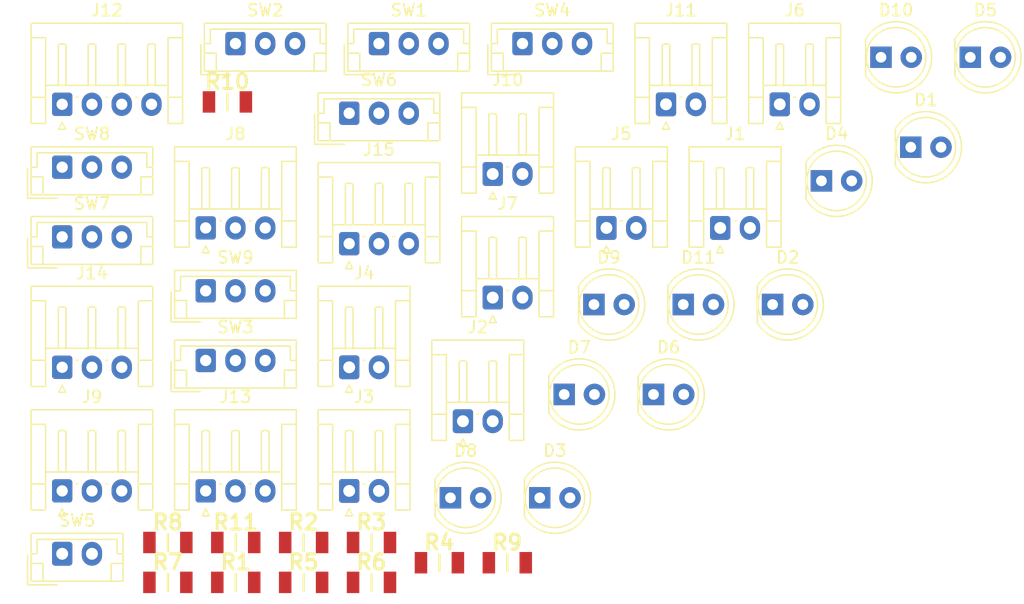
<source format=kicad_pcb>
(kicad_pcb (version 20211014) (generator pcbnew)
  (layers (0 "F.Cu" signal) (31 "B.Cu" signal) (34 "B.Paste" user) (35 "F.Paste" user) (36 "B.SilkS" user "B.Silkscreen") (37 "F.SilkS" user "F.Silkscreen") (38 "B.Mask" user) (39 "F.Mask" user) (44 "Edge.Cuts" user))
  (net 0 "")
  (net 1 "/Brake light")
  (net 2 "Net-(D1-Pad2)")
  (net 3 "GND")
  (net 4 "Net-(D2-Pad2)")
  (net 5 "Net-(D3-Pad2)")
  (net 6 "Net-(D4-Pad2)")
  (net 7 "Net-(D5-Pad2)")
  (net 8 "Net-(D6-Pad2)")
  (net 9 "Net-(D7-Pad2)")
  (net 10 "Net-(D8-Pad2)")
  (net 11 "/TSAL RED -")
  (net 12 "Net-(D9-Pad2)")
  (net 13 "/TSAL GREEN -")
  (net 14 "Net-(D10-Pad2)")
  (net 15 "Net-(D11-Pad2)")
  (net 16 "+12V")
  (net 17 "/TSAL RED +")
  (net 18 "/TSAL GREEN +")
  (net 19 "/AIR+ 1")
  (net 20 "/AIR+ 0")
  (net 21 "/AIR- 1")
  (net 22 "/AIR- 0")
  (net 23 "/Pre 1")
  (net 24 "/Pre 0")
  (net 25 "/Dis 1")
  (net 26 "/Dis 0")
  (net 27 "/VCUPwrV")
  (net 28 "/RFE")
  (net 29 "/FRG{slash}Run")
  (net 30 "/Out RFE")
  (net 31 "/Out FRG{slash}Run")
  (net 32 "/VCUAIR-")
  (net 33 "/VCUAIR+")
  (net 34 "/VCUPre")
  (net 35 "/VCUDisch")
  (net 36 "/Buzzer")
  (net 37 "/SC rel")
  (net 38 "/OutVCUAIR-")
  (net 39 "/OutVCUAIR+")
  (net 40 "/OutVCUPre")
  (net 41 "/OutVCUDisch")
  (net 42 "/Out SC")
  (net 43 "/DC-Link Volt")
  (footprint "Connector_JST:JST_EH_S2B-EH_1x02_P2.50mm_Horizontal" (layer "F.Cu") (at 108.4 90.25)
    (fp_text reference "J10" (at 1.25 -7.9) (layer "F.SilkS"))
    (fp_text value "Conn_01x02_Female")
    (pad "1" thru_hole roundrect (at 0 0) (size 1.7 2) (drill 1) (layers *.Cu *.Mask) (roundrect_rratio 0.147059) (net 28 "/RFE"))
    (pad "2" thru_hole oval (at 2.5 0) (size 1.7 2) (drill 1) (layers *.Cu *.Mask) (net 29 "/FRG{slash}Run"))
  )
  (footprint "EPSA_lib:RESC3216X70N" (layer "F.Cu") (at 92.525 121.19)
    (fp_text reference "R2" (at -0.011901 -1.701971) (layer "F.SilkS") (effects (font (size 1.27 1.27) (thickness 0.254))))
    (fp_text value "Résistance RK73H2BLTDD2152F" hide)
    (pad "1" smd rect (at -1.55 0) (size 1.05 1.8) (layers "F.Cu" "F.Paste" "F.Mask") (net 30 "/Out RFE"))
    (pad "2" smd rect (at 1.55 0) (size 1.05 1.8) (layers "F.Cu" "F.Paste" "F.Mask") (net 4 "Net-(D2-Pad2)"))
  )
  (footprint "LED_THT:LED_D5.0mm" (layer "F.Cu") (at 136 90.83)
    (fp_text reference "D4" (at 1.27 -3.96) (layer "F.SilkS"))
    (fp_text value "LED")
    (pad "1" thru_hole rect (at 0 0) (size 1.8 1.8) (drill 0.9) (layers *.Cu *.Mask) (net 3 "GND"))
    (pad "2" thru_hole circle (at 2.54 0) (size 1.8 1.8) (drill 0.9) (layers *.Cu *.Mask) (net 6 "Net-(D4-Pad2)"))
  )
  (footprint "LED_THT:LED_D5.0mm" (layer "F.Cu") (at 131.9 101.21)
    (fp_text reference "D2" (at 1.27 -3.96) (layer "F.SilkS"))
    (fp_text value "LED")
    (pad "1" thru_hole rect (at 0 0) (size 1.8 1.8) (drill 0.9) (layers *.Cu *.Mask) (net 3 "GND"))
    (pad "2" thru_hole circle (at 2.54 0) (size 1.8 1.8) (drill 0.9) (layers *.Cu *.Mask) (net 4 "Net-(D2-Pad2)"))
  )
  (footprint "Connector_JST:JST_EH_S2B-EH_1x02_P2.50mm_Horizontal" (layer "F.Cu") (at 132.5 84.4)
    (fp_text reference "J6" (at 1.25 -7.9) (layer "F.SilkS"))
    (fp_text value "Conn_01x02_Female")
    (pad "1" thru_hole roundrect (at 0 0) (size 1.7 2) (drill 1) (layers *.Cu *.Mask) (roundrect_rratio 0.147059) (net 23 "/Pre 1"))
    (pad "2" thru_hole oval (at 2.5 0) (size 1.7 2) (drill 1) (layers *.Cu *.Mask) (net 24 "/Pre 0"))
  )
  (footprint "Connector_JST:JST_EH_S2B-EH_1x02_P2.50mm_Horizontal" (layer "F.Cu") (at 105.9 111.01)
    (fp_text reference "J2" (at 1.25 -7.9) (layer "F.SilkS"))
    (fp_text value "Conn_01x02_Female")
    (pad "1" thru_hole roundrect (at 0 0) (size 1.7 2) (drill 1) (layers *.Cu *.Mask) (roundrect_rratio 0.147059) (net 17 "/TSAL RED +"))
    (pad "2" thru_hole oval (at 2.5 0) (size 1.7 2) (drill 1) (layers *.Cu *.Mask) (net 11 "/TSAL RED -"))
  )
  (footprint "EPSA_lib:RESC3216X70N" (layer "F.Cu") (at 109.625 122.89)
    (fp_text reference "R9" (at -0.011901 -1.701971) (layer "F.SilkS") (effects (font (size 1.27 1.27) (thickness 0.254))))
    (fp_text value "Résistance RK73H2BLTDD2152F" hide)
    (pad "1" smd rect (at -1.55 0) (size 1.05 1.8) (layers "F.Cu" "F.Paste" "F.Mask") (net 17 "/TSAL RED +"))
    (pad "2" smd rect (at 1.55 0) (size 1.05 1.8) (layers "F.Cu" "F.Paste" "F.Mask") (net 12 "Net-(D9-Pad2)"))
  )
  (footprint "LED_THT:LED_D5.0mm" (layer "F.Cu") (at 143.5 88)
    (fp_text reference "D1" (at 1.27 -3.96) (layer "F.SilkS"))
    (fp_text value "LED")
    (pad "1" thru_hole rect (at 0 0) (size 1.8 1.8) (drill 0.9) (layers *.Cu *.Mask) (net 1 "/Brake light"))
    (pad "2" thru_hole circle (at 2.54 0) (size 1.8 1.8) (drill 0.9) (layers *.Cu *.Mask) (net 2 "Net-(D1-Pad2)"))
  )
  (footprint "LED_THT:LED_D5.0mm" (layer "F.Cu") (at 141 80.45)
    (fp_text reference "D10" (at 1.27 -3.96) (layer "F.SilkS"))
    (fp_text value "LED")
    (pad "1" thru_hole rect (at 0 0) (size 1.8 1.8) (drill 0.9) (layers *.Cu *.Mask) (net 13 "/TSAL GREEN -"))
    (pad "2" thru_hole circle (at 2.54 0) (size 1.8 1.8) (drill 0.9) (layers *.Cu *.Mask) (net 14 "Net-(D10-Pad2)"))
  )
  (footprint "LED_THT:LED_D5.0mm" (layer "F.Cu") (at 121.9 108.76)
    (fp_text reference "D6" (at 1.27 -3.96) (layer "F.SilkS"))
    (fp_text value "LED")
    (pad "1" thru_hole rect (at 0 0) (size 1.8 1.8) (drill 0.9) (layers *.Cu *.Mask) (net 3 "GND"))
    (pad "2" thru_hole circle (at 2.54 0) (size 1.8 1.8) (drill 0.9) (layers *.Cu *.Mask) (net 8 "Net-(D6-Pad2)"))
  )
  (footprint "EPSA_lib:RESC3216X70N" (layer "F.Cu") (at 92.525 124.54)
    (fp_text reference "R5" (at -0.011901 -1.701971) (layer "F.SilkS") (effects (font (size 1.27 1.27) (thickness 0.254))))
    (fp_text value "Résistance RK73H2BLTDD2152F" hide)
    (pad "1" smd rect (at -1.55 0) (size 1.05 1.8) (layers "F.Cu" "F.Paste" "F.Mask") (net 41 "/OutVCUDisch"))
    (pad "2" smd rect (at 1.55 0) (size 1.05 1.8) (layers "F.Cu" "F.Paste" "F.Mask") (net 7 "Net-(D5-Pad2)"))
  )
  (footprint "LED_THT:LED_D5.0mm" (layer "F.Cu") (at 148.5 80.45)
    (fp_text reference "D5" (at 1.27 -3.96) (layer "F.SilkS"))
    (fp_text value "LED")
    (pad "1" thru_hole rect (at 0 0) (size 1.8 1.8) (drill 0.9) (layers *.Cu *.Mask) (net 3 "GND"))
    (pad "2" thru_hole circle (at 2.54 0) (size 1.8 1.8) (drill 0.9) (layers *.Cu *.Mask) (net 7 "Net-(D5-Pad2)"))
  )
  (footprint "Connector_JST:JST_EH_S2B-EH_1x02_P2.50mm_Horizontal" (layer "F.Cu") (at 96.35 106.48)
    (fp_text reference "J4" (at 1.25 -7.9) (layer "F.SilkS"))
    (fp_text value "Conn_01x02_Female")
    (pad "1" thru_hole roundrect (at 0 0) (size 1.7 2) (drill 1) (layers *.Cu *.Mask) (roundrect_rratio 0.147059) (net 19 "/AIR+ 1"))
    (pad "2" thru_hole oval (at 2.5 0) (size 1.7 2) (drill 1) (layers *.Cu *.Mask) (net 20 "/AIR+ 0"))
  )
  (footprint "Connector_JST:JST_EH_B3B-EH-A_1x03_P2.50mm_Vertical" (layer "F.Cu") (at 98.85 79.3)
    (fp_text reference "SW1" (at 2.5 -2.8) (layer "F.SilkS"))
    (fp_text value "SW_Push_SPDT")
    (pad "1" thru_hole roundrect (at 0 0) (size 1.7 1.95) (drill 0.95) (layers *.Cu *.Mask) (roundrect_rratio 0.147059) (net 16 "+12V"))
    (pad "2" thru_hole oval (at 2.5 0) (size 1.7 1.95) (drill 0.95) (layers *.Cu *.Mask) (net 30 "/Out RFE"))
    (pad "3" thru_hole oval (at 5 0) (size 1.7 1.95) (drill 0.95) (layers *.Cu *.Mask) (net 28 "/RFE"))
  )
  (footprint "Connector_JST:JST_EH_S2B-EH_1x02_P2.50mm_Horizontal" (layer "F.Cu") (at 127.5 94.78)
    (fp_text reference "J1" (at 1.25 -7.9) (layer "F.SilkS"))
    (fp_text value "Conn_01x02_Female")
    (pad "1" thru_hole roundrect (at 0 0) (size 1.7 2) (drill 1) (layers *.Cu *.Mask) (roundrect_rratio 0.147059) (net 16 "+12V"))
    (pad "2" thru_hole oval (at 2.5 0) (size 1.7 2) (drill 1) (layers *.Cu *.Mask) (net 3 "GND"))
  )
  (footprint "EPSA_lib:RESC3216X70N" (layer "F.Cu") (at 86.825 124.54)
    (fp_text reference "R1" (at -0.011901 -1.701971) (layer "F.SilkS") (effects (font (size 1.27 1.27) (thickness 0.254))))
    (fp_text value "Résistance RK73H2BLTDD2152F" hide)
    (pad "1" smd rect (at -1.55 0) (size 1.05 1.8) (layers "F.Cu" "F.Paste" "F.Mask") (net 16 "+12V"))
    (pad "2" smd rect (at 1.55 0) (size 1.05 1.8) (layers "F.Cu" "F.Paste" "F.Mask") (net 2 "Net-(D1-Pad2)"))
  )
  (footprint "Connector_JST:JST_EH_S3B-EH_1x03_P2.50mm_Horizontal" (layer "F.Cu") (at 72.25 106.48)
    (fp_text reference "J14" (at 2.5 -7.9) (layer "F.SilkS"))
    (fp_text value "Conn_01x03_Female")
    (pad "1" thru_hole roundrect (at 0 0) (size 1.7 1.95) (drill 0.95) (layers *.Cu *.Mask) (roundrect_rratio 0.147059) (net 38 "/OutVCUAIR-"))
    (pad "2" thru_hole oval (at 2.5 0) (size 1.7 1.95) (drill 0.95) (layers *.Cu *.Mask) (net 39 "/OutVCUAIR+"))
    (pad "3" thru_hole oval (at 5 0) (size 1.7 1.95) (drill 0.95) (layers *.Cu *.Mask) (net 40 "/OutVCUPre"))
  )
  (footprint "Connector_JST:JST_EH_B3B-EH-A_1x03_P2.50mm_Vertical" (layer "F.Cu") (at 96.35 85.15)
    (fp_text reference "SW6" (at 2.5 -2.8) (layer "F.SilkS"))
    (fp_text value "SW_Push_SPDT")
    (pad "1" thru_hole roundrect (at 0 0) (size 1.7 1.95) (drill 0.95) (layers *.Cu *.Mask) (roundrect_rratio 0.147059) (net 16 "+12V"))
    (pad "2" thru_hole oval (at 2.5 0) (size 1.7 1.95) (drill 0.95) (layers *.Cu *.Mask) (net 42 "/Out SC"))
    (pad "3" thru_hole oval (at 5 0) (size 1.7 1.95) (drill 0.95) (layers *.Cu *.Mask) (net 37 "/SC rel"))
  )
  (footprint "EPSA_lib:RESC3216X70N" (layer "F.Cu") (at 81.125 121.19)
    (fp_text reference "R8" (at -0.011901 -1.701971) (layer "F.SilkS") (effects (font (size 1.27 1.27) (thickness 0.254))))
    (fp_text value "Résistance RK73H2BLTDD2152F" hide)
    (pad "1" smd rect (at -1.55 0) (size 1.05 1.8) (layers "F.Cu" "F.Paste" "F.Mask") (net 38 "/OutVCUAIR-"))
    (pad "2" smd rect (at 1.55 0) (size 1.05 1.8) (layers "F.Cu" "F.Paste" "F.Mask") (net 10 "Net-(D8-Pad2)"))
  )
  (footprint "EPSA_lib:RESC3216X70N" (layer "F.Cu") (at 81.125 124.54)
    (fp_text reference "R7" (at -0.011901 -1.701971) (layer "F.SilkS") (effects (font (size 1.27 1.27) (thickness 0.254))))
    (fp_text value "Résistance RK73H2BLTDD2152F" hide)
    (pad "1" smd rect (at -1.55 0) (size 1.05 1.8) (layers "F.Cu" "F.Paste" "F.Mask") (net 39 "/OutVCUAIR+"))
    (pad "2" smd rect (at 1.55 0) (size 1.05 1.8) (layers "F.Cu" "F.Paste" "F.Mask") (net 9 "Net-(D7-Pad2)"))
  )
  (footprint "LED_THT:LED_D5.0mm" (layer "F.Cu") (at 116.9 101.21)
    (fp_text reference "D9" (at 1.27 -3.96) (layer "F.SilkS"))
    (fp_text value "LED")
    (pad "1" thru_hole rect (at 0 0) (size 1.8 1.8) (drill 0.9) (layers *.Cu *.Mask) (net 11 "/TSAL RED -"))
    (pad "2" thru_hole circle (at 2.54 0) (size 1.8 1.8) (drill 0.9) (layers *.Cu *.Mask) (net 12 "Net-(D9-Pad2)"))
  )
  (footprint "EPSA_lib:RESC3216X70N" (layer "F.Cu") (at 98.225 121.19)
    (fp_text reference "R3" (at -0.011901 -1.701971) (layer "F.SilkS") (effects (font (size 1.27 1.27) (thickness 0.254))))
    (fp_text value "Résistance RK73H2BLTDD2152F" hide)
    (pad "1" smd rect (at -1.55 0) (size 1.05 1.8) (layers "F.Cu" "F.Paste" "F.Mask") (net 31 "/Out FRG{slash}Run"))
    (pad "2" smd rect (at 1.55 0) (size 1.05 1.8) (layers "F.Cu" "F.Paste" "F.Mask") (net 5 "Net-(D3-Pad2)"))
  )
  (footprint "Connector_JST:JST_EH_S2B-EH_1x02_P2.50mm_Horizontal" (layer "F.Cu") (at 96.35 116.86)
    (fp_text reference "J3" (at 1.25 -7.9) (layer "F.SilkS"))
    (fp_text value "Conn_01x02_Female")
    (pad "1" thru_hole roundrect (at 0 0) (size 1.7 2) (drill 1) (layers *.Cu *.Mask) (roundrect_rratio 0.147059) (net 18 "/TSAL GREEN +"))
    (pad "2" thru_hole oval (at 2.5 0) (size 1.7 2) (drill 1) (layers *.Cu *.Mask) (net 13 "/TSAL GREEN -"))
  )
  (footprint "EPSA_lib:RESC3216X70N" (layer "F.Cu") (at 86.825 121.19)
    (fp_text reference "R11" (at -0.011901 -1.701971) (layer "F.SilkS") (effects (font (size 1.27 1.27) (thickness 0.254))))
    (fp_text value "Résistance RK73H2BLTDD2152F" hide)
    (pad "1" smd rect (at -1.55 0) (size 1.05 1.8) (layers "F.Cu" "F.Paste" "F.Mask") (net 1 "/Brake light"))
    (pad "2" smd rect (at 1.55 0) (size 1.05 1.8) (layers "F.Cu" "F.Paste" "F.Mask") (net 15 "Net-(D11-Pad2)"))
  )
  (footprint "Connector_JST:JST_EH_B3B-EH-A_1x03_P2.50mm_Vertical" (layer "F.Cu") (at 110.9 79.3)
    (fp_text reference "SW4" (at 2.5 -2.8) (layer "F.SilkS"))
    (fp_text value "SW_Push_SPDT")
    (pad "1" thru_hole roundrect (at 0 0) (size 1.7 1.95) (drill 0.95) (layers *.Cu *.Mask) (roundrect_rratio 0.147059) (net 16 "+12V"))
    (pad "2" thru_hole oval (at 2.5 0) (size 1.7 1.95) (drill 0.95) (layers *.Cu *.Mask) (net 41 "/OutVCUDisch"))
    (pad "3" thru_hole oval (at 5 0) (size 1.7 1.95) (drill 0.95) (layers *.Cu *.Mask) (net 35 "/VCUDisch"))
  )
  (footprint "Connector_JST:JST_EH_S2B-EH_1x02_P2.50mm_Horizontal" (layer "F.Cu") (at 108.4 100.63)
    (fp_text reference "J7" (at 1.25 -7.9) (layer "F.SilkS"))
    (fp_text value "Conn_01x02_Female")
    (pad "1" thru_hole roundrect (at 0 0) (size 1.7 2) (drill 1) (layers *.Cu *.Mask) (roundrect_rratio 0.147059) (net 25 "/Dis 1"))
    (pad "2" thru_hole oval (at 2.5 0) (size 1.7 2) (drill 1) (layers *.Cu *.Mask) (net 26 "/Dis 0"))
  )
  (footprint "Connector_JST:JST_EH_B3B-EH-A_1x03_P2.50mm_Vertical" (layer "F.Cu") (at 84.3 100.06)
    (fp_text reference "SW9" (at 2.5 -2.8) (layer "F.SilkS"))
    (fp_text value "SW_Push_SPDT")
    (pad "1" thru_hole roundrect (at 0 0) (size 1.7 1.95) (drill 0.95) (layers *.Cu *.Mask) (roundrect_rratio 0.147059) (net 16 "+12V"))
    (pad "2" thru_hole oval (at 2.5 0) (size 1.7 1.95) (drill 0.95) (layers *.Cu *.Mask) (net 43 "/DC-Link Volt"))
    (pad "3" thru_hole oval (at 5 0) (size 1.7 1.95) (drill 0.95) (layers *.Cu *.Mask) (net 3 "GND"))
  )
  (footprint "Connector_JST:JST_EH_B3B-EH-A_1x03_P2.50mm_Vertical" (layer "F.Cu") (at 84.3 105.91)
    (fp_text reference "SW3" (at 2.5 -2.8) (layer "F.SilkS"))
    (fp_text value "SW_Push_SPDT")
    (pad "1" thru_hole roundrect (at 0 0) (size 1.7 1.95) (drill 0.95) (layers *.Cu *.Mask) (roundrect_rratio 0.147059) (net 16 "+12V"))
    (pad "2" thru_hole oval (at 2.5 0) (size 1.7 1.95) (drill 0.95) (layers *.Cu *.Mask) (net 40 "/OutVCUPre"))
    (pad "3" thru_hole oval (at 5 0) (size 1.7 1.95) (drill 0.95) (layers *.Cu *.Mask) (net 34 "/VCUPre"))
  )
  (footprint "Connector_JST:JST_EH_S3B-EH_1x03_P2.50mm_Horizontal" (layer "F.Cu") (at 84.3 94.78)
    (fp_text reference "J8" (at 2.5 -7.9) (layer "F.SilkS"))
    (fp_text value "Conn_01x03_Female")
    (pad "1" thru_hole roundrect (at 0 0) (size 1.7 1.95) (drill 0.95) (layers *.Cu *.Mask) (roundrect_rratio 0.147059) (net 27 "/VCUPwrV"))
    (pad "2" thru_hole oval (at 2.5 0) (size 1.7 1.95) (drill 0.95) (layers *.Cu *.Mask) (net 27 "/VCUPwrV"))
    (pad "3" thru_hole oval (at 5 0) (size 1.7 1.95) (drill 0.95) (layers *.Cu *.Mask) (net 27 "/VCUPwrV"))
  )
  (footprint "Connector_JST:JST_EH_B2B-EH-A_1x02_P2.50mm_Vertical" (layer "F.Cu") (at 72.25 122.14)
    (fp_text reference "SW5" (at 1.25 -2.8) (layer "F.SilkS"))
    (fp_text value "SW_MEC_5G")
    (pad "1" thru_hole roundrect (at 0 0) (size 1.7 2) (drill 1) (layers *.Cu *.Mask) (roundrect_rratio 0.147059) (net 27 "/VCUPwrV"))
    (pad "2" thru_hole oval (at 2.5 0) (size 1.7 2) (drill 1) (layers *.Cu *.Mask) (net 27 "/VCUPwrV"))
  )
  (footprint "Connector_JST:JST_EH_S3B-EH_1x03_P2.50mm_Horizontal" (layer "F.Cu") (at 84.3 116.86)
    (fp_text reference "J13" (at 2.5 -7.9) (layer "F.SilkS"))
    (fp_text value "Conn_01x03_Female")
    (pad "1" thru_hole roundrect (at 0 0) (size 1.7 1.95) (drill 0.95) (layers *.Cu *.Mask) (roundrect_rratio 0.147059) (net 36 "/Buzzer"))
    (pad "2" thru_hole oval (at 2.5 0) (size 1.7 1.95) (drill 0.95) (layers *.Cu *.Mask) (net 1 "/Brake light"))
    (pad "3" thru_hole oval (at 5 0) (size 1.7 1.95) (drill 0.95) (layers *.Cu *.Mask) (net 37 "/SC rel"))
  )
  (footprint "Connector_JST:JST_EH_S3B-EH_1x03_P2.50mm_Horizontal" (layer "F.Cu") (at 72.25 116.86)
    (fp_text reference "J9" (at 2.5 -7.9) (layer "F.SilkS"))
    (fp_text value "Conn_01x03_Female")
    (pad "1" thru_hole roundrect (at 0 0) (size 1.7 1.95) (drill 0.95) (layers *.Cu *.Mask) (roundrect_rratio 0.147059) (net 3 "GND"))
    (pad "2" thru_hole oval (at 2.5 0) (size 1.7 1.95) (drill 0.95) (layers *.Cu *.Mask) (net 3 "GND"))
    (pad "3" thru_hole oval (at 5 0) (size 1.7 1.95) (drill 0.95) (layers *.Cu *.Mask) (net 3 "GND"))
  )
  (footprint "Connector_JST:JST_EH_S3B-EH_1x03_P2.50mm_Horizontal" (layer "F.Cu") (at 96.35 96.1)
    (fp_text reference "J15" (at 2.5 -7.9) (layer "F.SilkS"))
    (fp_text value "Conn_01x03_Female")
    (pad "1" thru_hole roundrect (at 0 0) (size 1.7 1.95) (drill 0.95) (layers *.Cu *.Mask) (roundrect_rratio 0.147059) (net 41 "/OutVCUDisch"))
    (pad "2" thru_hole oval (at 2.5 0) (size 1.7 1.95) (drill 0.95) (layers *.Cu *.Mask) (net 42 "/Out SC"))
    (pad "3" thru_hole oval (at 5 0) (size 1.7 1.95) (drill 0.95) (layers *.Cu *.Mask) (net 43 "/DC-Link Volt"))
  )
  (footprint "EPSA_lib:RESC3216X70N" (layer "F.Cu") (at 98.225 124.54)
    (fp_text reference "R6" (at -0.011901 -1.701971) (layer "F.SilkS") (effects (font (size 1.27 1.27) (thickness 0.254))))
    (fp_text value "Résistance RK73H2BLTDD2152F" hide)
    (pad "1" smd rect (at -1.55 0) (size 1.05 1.8) (layers "F.Cu" "F.Paste" "F.Mask") (net 42 "/Out SC"))
    (pad "2" smd rect (at 1.55 0) (size 1.05 1.8) (layers "F.Cu" "F.Paste" "F.Mask") (net 8 "Net-(D6-Pad2)"))
  )
  (footprint "LED_THT:LED_D5.0mm" (layer "F.Cu") (at 114.4 108.76)
    (fp_text reference "D7" (at 1.27 -3.96) (layer "F.SilkS"))
    (fp_text value "LED")
    (pad "1" thru_hole rect (at 0 0) (size 1.8 1.8) (drill 0.9) (layers *.Cu *.Mask) (net 3 "GND"))
    (pad "2" thru_hole circle (at 2.54 0) (size 1.8 1.8) (drill 0.9) (layers *.Cu *.Mask) (net 9 "Net-(D7-Pad2)"))
  )
  (footprint "Connector_JST:JST_EH_S2B-EH_1x02_P2.50mm_Horizontal" (layer "F.Cu") (at 122.95 84.4)
    (fp_text reference "J11" (at 1.25 -7.9) (layer "F.SilkS"))
    (fp_text value "Conn_01x02_Female")
    (pad "1" thru_hole roundrect (at 0 0) (size 1.7 2) (drill 1) (layers *.Cu *.Mask) (roundrect_rratio 0.147059) (net 30 "/Out RFE"))
    (pad "2" thru_hole oval (at 2.5 0) (size 1.7 2) (drill 1) (layers *.Cu *.Mask) (net 31 "/Out FRG{slash}Run"))
  )
  (footprint "LED_THT:LED_D5.0mm" (layer "F.Cu") (at 104.85 117.44)
    (fp_text reference "D8" (at 1.27 -3.96) (layer "F.SilkS"))
    (fp_text value "LED")
    (pad "1" thru_hole rect (at 0 0) (size 1.8 1.8) (drill 0.9) (layers *.Cu *.Mask) (net 3 "GND"))
    (pad "2" thru_hole circle (at 2.54 0) (size 1.8 1.8) (drill 0.9) (layers *.Cu *.Mask) (net 10 "Net-(D8-Pad2)"))
  )
  (footprint "EPSA_lib:RESC3216X70N" (layer "F.Cu") (at 103.925 122.89)
    (fp_text reference "R4" (at -0.011901 -1.701971) (layer "F.SilkS") (effects (font (size 1.27 1.27) (thickness 0.254))))
    (fp_text value "Résistance RK73H2BLTDD2152F" hide)
    (pad "1" smd rect (at -1.55 0) (size 1.05 1.8) (layers "F.Cu" "F.Paste" "F.Mask") (net 40 "/OutVCUPre"))
    (pad "2" smd rect (at 1.55 0) (size 1.05 1.8) (layers "F.Cu" "F.Paste" "F.Mask") (net 6 "Net-(D4-Pad2)"))
  )
  (footprint "LED_THT:LED_D5.0mm" (layer "F.Cu") (at 112.35 117.44)
    (fp_text reference "D3" (at 1.27 -3.96) (layer "F.SilkS"))
    (fp_text value "LED")
    (pad "1" thru_hole rect (at 0 0) (size 1.8 1.8) (drill 0.9) (layers *.Cu *.Mask) (net 3 "GND"))
    (pad "2" thru_hole circle (at 2.54 0) (size 1.8 1.8) (drill 0.9) (layers *.Cu *.Mask) (net 5 "Net-(D3-Pad2)"))
  )
  (footprint "Connector_JST:JST_EH_S4B-EH_1x04_P2.50mm_Horizontal" (layer "F.Cu") (at 72.25 84.4)
    (fp_text reference "J12" (at 3.75 -7.9) (layer "F.SilkS"))
    (fp_text value "Conn_01x04_Female")
    (pad "1" thru_hole roundrect (at 0 0) (size 1.7 1.95) (drill 0.95) (layers *.Cu *.Mask) (roundrect_rratio 0.147059) (net 32 "/VCUAIR-"))
    (pad "2" thru_hole oval (at 2.5 0) (size 1.7 1.95) (drill 0.95) (layers *.Cu *.Mask) (net 33 "/VCUAIR+"))
    (pad "3" thru_hole oval (at 5 0) (size 1.7 1.95) (drill 0.95) (layers *.Cu *.Mask) (net 34 "/VCUPre"))
    (pad "4" thru_hole oval (at 7.5 0) (size 1.7 1.95) (drill 0.95) (layers *.Cu *.Mask) (net 35 "/VCUDisch"))
  )
  (footprint "Connector_JST:JST_EH_B3B-EH-A_1x03_P2.50mm_Vertical" (layer "F.Cu") (at 86.8 79.3)
    (fp_text reference "SW2" (at 2.5 -2.8) (layer "F.SilkS"))
    (fp_text value "SW_Push_SPDT")
    (pad "1" thru_hole roundrect (at 0 0) (size 1.7 1.95) (drill 0.95) (layers *.Cu *.Mask) (roundrect_rratio 0.147059) (net 16 "+12V"))
    (pad "2" thru_hole oval (at 2.5 0) (size 1.7 1.95) (drill 0.95) (layers *.Cu *.Mask) (net 31 "/Out FRG{slash}Run"))
    (pad "3" thru_hole oval (at 5 0) (size 1.7 1.95) (drill 0.95) (layers *.Cu *.Mask) (net 29 "/FRG{slash}Run"))
  )
  (footprint "EPSA_lib:RESC3216X70N" (layer "F.Cu") (at 86.125 84.2)
    (fp_text reference "R10" (at -0.011901 -1.701971) (layer "F.SilkS") (effects (font (size 1.27 1.27) (thickness 0.254))))
    (fp_text value "Résistance RK73H2BLTDD2152F" hide)
    (pad "1" smd rect (at -1.55 0) (size 1.05 1.8) (layers "F.Cu" "F.Paste" "F.Mask") (net 18 "/TSAL GREEN +"))
    (pad "2" smd rect (at 1.55 0) (size 1.05 1.8) (layers "F.Cu" "F.Paste" "F.Mask") (net 14 "Net-(D10-Pad2)"))
  )
  (footprint "Connector_JST:JST_EH_S2B-EH_1x02_P2.50mm_Horizontal" (layer "F.Cu") (at 117.95 94.78)
    (fp_text reference "J5" (at 1.25 -7.9) (layer "F.SilkS"))
    (fp_text value "Conn_01x02_Female")
    (pad "1" thru_hole roundrect (at 0 0) (size 1.7 2) (drill 1) (layers *.Cu *.Mask) (roundrect_rratio 0.147059) (net 21 "/AIR- 1"))
    (pad "2" thru_hole oval (at 2.5 0) (size 1.7 2) (drill 1) (layers *.Cu *.Mask) (net 22 "/AIR- 0"))
  )
  (footprint "LED_THT:LED_D5.0mm" (layer "F.Cu") (at 124.4 101.21)
    (fp_text reference "D11" (at 1.27 -3.96) (layer "F.SilkS"))
    (fp_text value "LED")
    (pad "1" thru_hole rect (at 0 0) (size 1.8 1.8) (drill 0.9) (layers *.Cu *.Mask) (net 3 "GND"))
    (pad "2" thru_hole circle (at 2.54 0) (size 1.8 1.8) (drill 0.9) (layers *.Cu *.Mask) (net 15 "Net-(D11-Pad2)"))
  )
  (footprint "Connector_JST:JST_EH_B3B-EH-A_1x03_P2.50mm_Vertical" (layer "F.Cu") (at 72.25 89.68)
    (fp_text reference "SW8" (at 2.5 -2.8) (layer "F.SilkS"))
    (fp_text value "SW_Push_SPDT")
    (pad "1" thru_hole roundrect (at 0 0) (size 1.7 1.95) (drill 0.95) (layers *.Cu *.Mask) (roundrect_rratio 0.147059) (net 16 "+12V"))
    (pad "2" thru_hole oval (at 2.5 0) (size 1.7 1.95) (drill 0.95) (layers *.Cu *.Mask) (net 38 "/OutVCUAIR-"))
    (pad "3" thru_hole oval (at 5 0) (size 1.7 1.95) (drill 0.95) (layers *.Cu *.Mask) (net 32 "/VCUAIR-"))
  )
  (footprint "Connector_JST:JST_EH_B3B-EH-A_1x03_P2.50mm_Vertical" (layer "F.Cu") (at 72.25 95.53)
    (fp_text reference "SW7" (at 2.5 -2.8) (layer "F.SilkS"))
    (fp_text value "SW_Push_SPDT")
    (pad "1" thru_hole roundrect (at 0 0) (size 1.7 1.95) (drill 0.95) (layers *.Cu *.Mask) (roundrect_rratio 0.147059) (net 16 "+12V"))
    (pad "2" thru_hole oval (at 2.5 0) (size 1.7 1.95) (drill 0.95) (layers *.Cu *.Mask) (net 39 "/OutVCUAIR+"))
    (pad "3" thru_hole oval (at 5 0) (size 1.7 1.95) (drill 0.95) (layers *.Cu *.Mask) (net 33 "/VCUAIR+"))
  )
)
</source>
